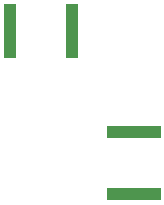
<source format=gbp>
G04*
G04 #@! TF.GenerationSoftware,Altium Limited,Altium Designer,24.1.2 (44)*
G04*
G04 Layer_Color=128*
%FSLAX44Y44*%
%MOMM*%
G71*
G04*
G04 #@! TF.SameCoordinates,CE4EC833-A4B3-435F-913A-33A71637FA1F*
G04*
G04*
G04 #@! TF.FilePolarity,Positive*
G04*
G01*
G75*
%ADD15R,1.0000X4.5600*%
%ADD29R,4.5600X1.0000*%
D15*
X718350Y1101090D02*
D03*
X665950D02*
D03*
D29*
X770890Y963130D02*
D03*
Y1015530D02*
D03*
M02*

</source>
